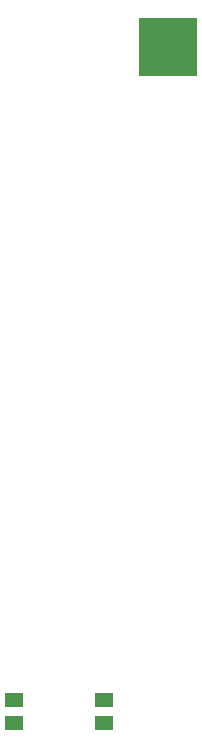
<source format=gbr>
G04 EAGLE Gerber RS-274X export*
G75*
%MOMM*%
%FSLAX34Y34*%
%LPD*%
%INSolderpaste Bottom*%
%IPPOS*%
%AMOC8*
5,1,8,0,0,1.08239X$1,22.5*%
G01*
%ADD10R,1.500000X1.300000*%
%ADD11R,5.000000X5.000000*%


D10*
X144780Y46380D03*
X144780Y65380D03*
X220980Y46380D03*
X220980Y65380D03*
D11*
X275580Y618080D03*
M02*

</source>
